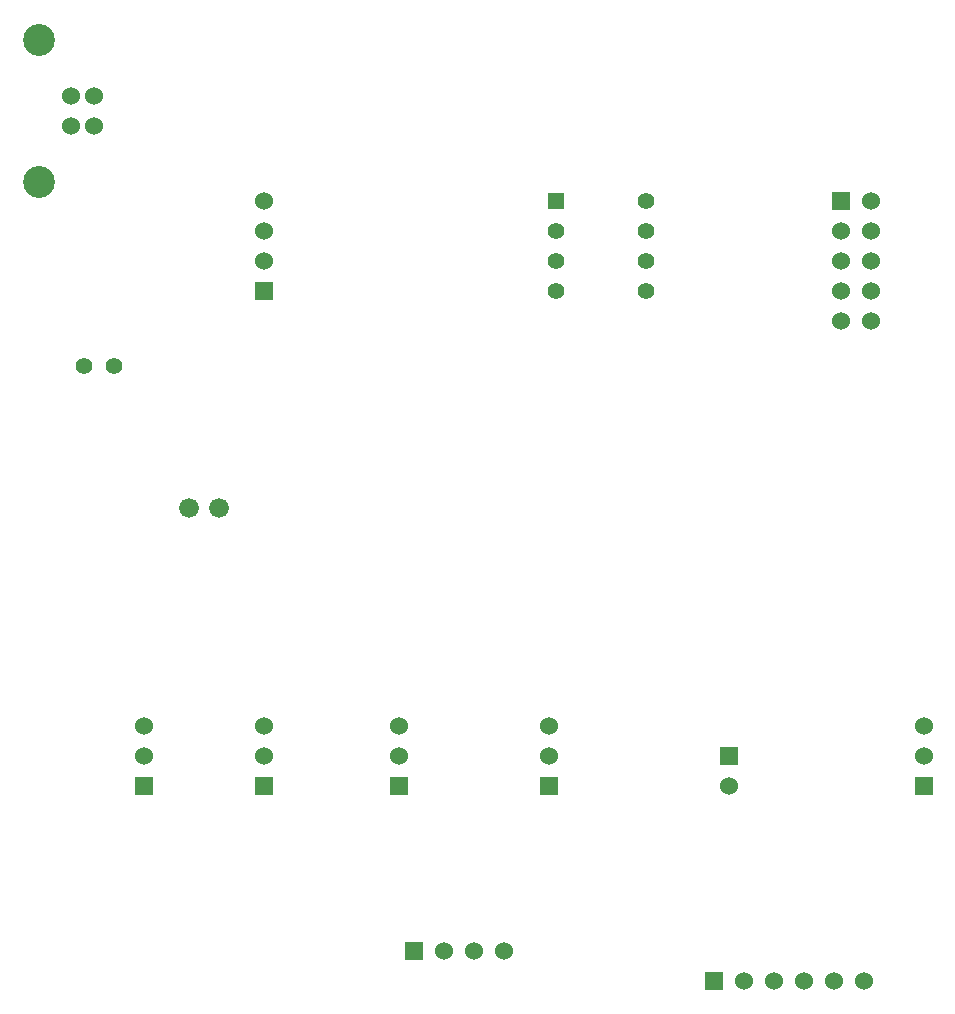
<source format=gtl>
G04 #@! TF.FileFunction,Copper,L1,Top,Signal*
%FSLAX46Y46*%
G04 Gerber Fmt 4.6, Leading zero omitted, Abs format (unit mm)*
G04 Created by KiCad (PCBNEW 4.0.1-3.201512221402+6198~38~ubuntu14.04.1-stable) date Fri Jan 22 07:36:26 2016*
%MOMM*%
G01*
G04 APERTURE LIST*
%ADD10C,0.150000*%
%ADD11C,1.524000*%
%ADD12C,2.700020*%
%ADD13C,1.397000*%
%ADD14R,1.524000X1.524000*%
%ADD15C,1.676400*%
%ADD16R,1.397000X1.397000*%
G04 APERTURE END LIST*
D10*
D11*
X185039000Y-119380000D03*
X185039000Y-116840000D03*
X183040020Y-116840000D03*
X183040020Y-119380000D03*
D12*
X180340000Y-124109480D03*
X180340000Y-112110520D03*
D13*
X184150000Y-139700000D03*
X186690000Y-139700000D03*
D14*
X248285000Y-125730000D03*
D11*
X250825000Y-125730000D03*
X248285000Y-128270000D03*
X250825000Y-128270000D03*
X248285000Y-130810000D03*
X250825000Y-130810000D03*
X248285000Y-133350000D03*
X250825000Y-133350000D03*
X248285000Y-135890000D03*
X250825000Y-135890000D03*
D14*
X199390000Y-133350000D03*
D11*
X199390000Y-130810000D03*
X199390000Y-128270000D03*
X199390000Y-125730000D03*
D14*
X212090000Y-189230000D03*
D11*
X214630000Y-189230000D03*
X217170000Y-189230000D03*
X219710000Y-189230000D03*
D14*
X199390000Y-175260000D03*
D11*
X199390000Y-172720000D03*
X199390000Y-170180000D03*
D14*
X210820000Y-175260000D03*
D11*
X210820000Y-172720000D03*
X210820000Y-170180000D03*
D14*
X223520000Y-175260000D03*
D11*
X223520000Y-172720000D03*
X223520000Y-170180000D03*
D14*
X255270000Y-175260000D03*
D11*
X255270000Y-172720000D03*
X255270000Y-170180000D03*
D14*
X189230000Y-175260000D03*
D11*
X189230000Y-172720000D03*
X189230000Y-170180000D03*
D14*
X238760000Y-172720000D03*
D11*
X238760000Y-175260000D03*
D14*
X237490000Y-191770000D03*
D11*
X240030000Y-191770000D03*
X242570000Y-191770000D03*
X245110000Y-191770000D03*
X247650000Y-191770000D03*
X250190000Y-191770000D03*
D15*
X195580000Y-151765000D03*
X193040000Y-151765000D03*
D16*
X224155000Y-125730000D03*
D13*
X224155000Y-128270000D03*
X224155000Y-130810000D03*
X224155000Y-133350000D03*
X231775000Y-133350000D03*
X231775000Y-130810000D03*
X231775000Y-128270000D03*
X231775000Y-125730000D03*
M02*

</source>
